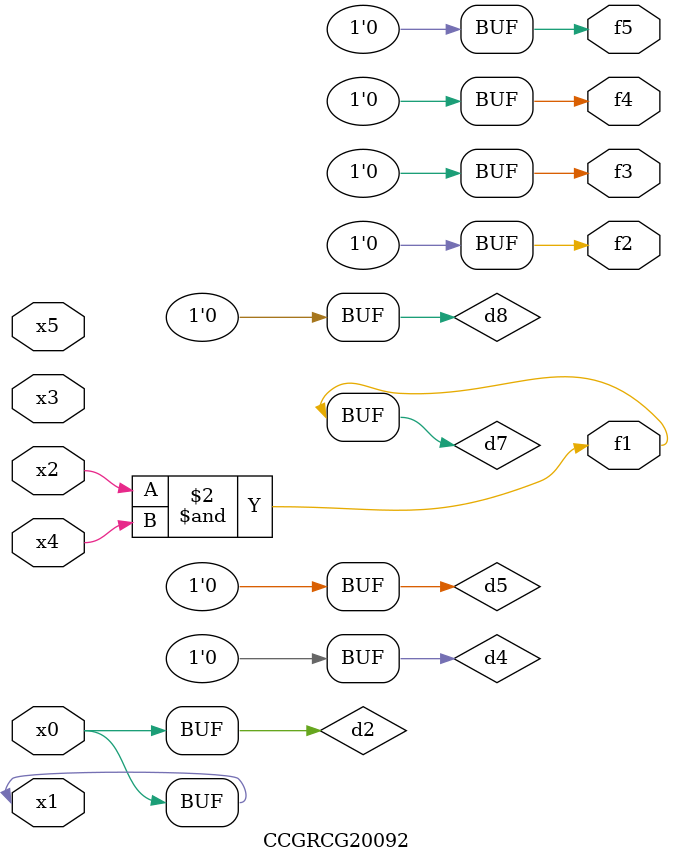
<source format=v>
module CCGRCG20092(
	input x0, x1, x2, x3, x4, x5,
	output f1, f2, f3, f4, f5
);

	wire d1, d2, d3, d4, d5, d6, d7, d8, d9;

	nand (d1, x1);
	buf (d2, x0, x1);
	nand (d3, x2, x4);
	and (d4, d1, d2);
	and (d5, d1, d2);
	nand (d6, d1, d3);
	not (d7, d3);
	xor (d8, d5);
	nor (d9, d5, d6);
	assign f1 = d7;
	assign f2 = d8;
	assign f3 = d8;
	assign f4 = d8;
	assign f5 = d8;
endmodule

</source>
